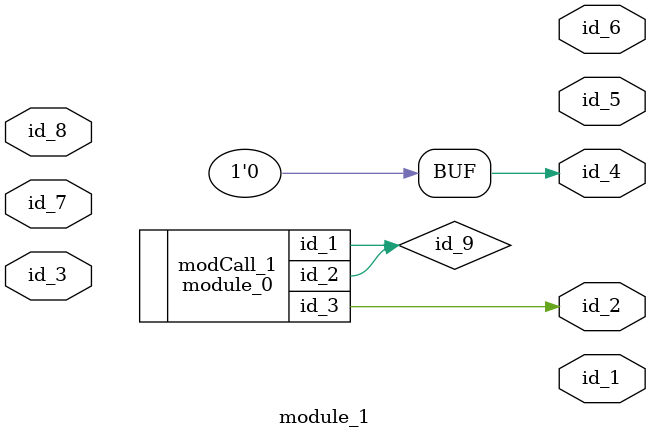
<source format=v>
module module_0 (
    id_1,
    id_2,
    id_3
);
  output wire id_3;
  inout wire id_2;
  inout wire id_1;
  wire id_4;
endmodule
module module_1 (
    id_1,
    id_2,
    id_3,
    id_4,
    id_5,
    id_6,
    id_7,
    id_8
);
  input wire id_8;
  input wire id_7;
  output wire id_6;
  output wire id_5;
  output wire id_4;
  input wire id_3;
  output wire id_2;
  output wire id_1;
  assign id_4 = "";
  wire id_9;
  module_0 modCall_1 (
      id_9,
      id_9,
      id_2
  );
endmodule

</source>
